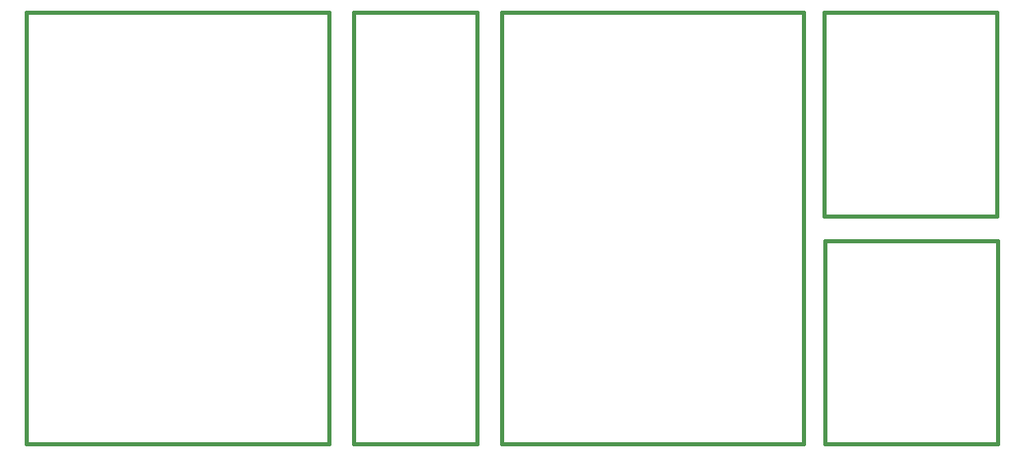
<source format=gbr>
G75*
%MOIN*%
%OFA0B0*%
%FSLAX25Y25*%
%IPPOS*%
%LPD*%
%AMOC8*
5,1,8,0,0,1.08239X$1,22.5*
%
%ADD10C,0.01600*%
%ADD11C,0.00000*%
D10*
X0317208Y0038506D02*
X0317208Y0213506D01*
X0194708Y0213506D01*
X0194708Y0038506D01*
X0184708Y0038506D02*
X0184708Y0213506D01*
X0134708Y0213506D01*
X0134708Y0038506D01*
X0124708Y0038506D02*
X0124708Y0213467D01*
X0002208Y0213467D01*
X0002208Y0038506D01*
X0124708Y0038506D01*
X0134708Y0038506D02*
X0184708Y0038506D01*
X0194708Y0038506D02*
X0317208Y0038506D01*
X0325958Y0038506D02*
X0395958Y0038506D01*
X0395958Y0121006D01*
X0325958Y0121006D01*
X0325958Y0038506D01*
X0325646Y0131006D02*
X0395646Y0131006D01*
X0395646Y0213506D01*
X0325646Y0213506D01*
X0325646Y0131006D01*
D11*
X0251083Y0038506D02*
X0207083Y0038506D01*
M02*

</source>
